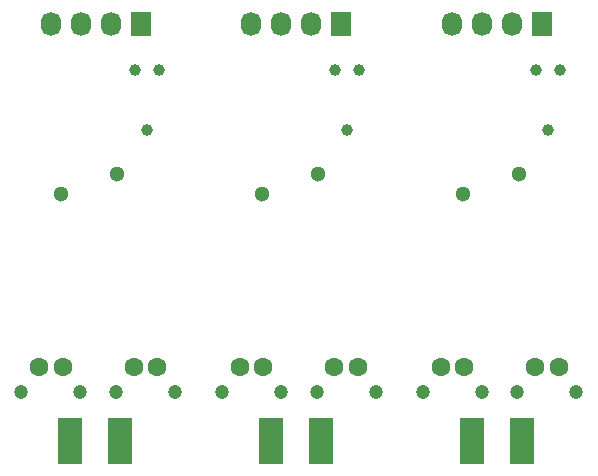
<source format=gbs>
G04 #@! TF.FileFunction,Soldermask,Bot*
%FSLAX46Y46*%
G04 Gerber Fmt 4.6, Leading zero omitted, Abs format (unit mm)*
G04 Created by KiCad (PCBNEW 4.0.2-4+6225~38~ubuntu15.10.1-stable) date Tue 29 Mar 2016 00:06:07 BST*
%MOMM*%
G01*
G04 APERTURE LIST*
%ADD10C,0.100000*%
%ADD11C,1.200000*%
%ADD12C,1.600000*%
%ADD13R,2.000000X4.000000*%
%ADD14C,1.000000*%
%ADD15R,1.727200X2.032000*%
%ADD16O,1.727200X2.032000*%
%ADD17C,1.300000*%
G04 APERTURE END LIST*
D10*
D11*
X117000000Y-108600000D03*
X122000000Y-108600000D03*
D12*
X118500000Y-106500000D03*
X120500000Y-106500000D03*
D13*
X121150000Y-112750000D03*
X125350000Y-112750000D03*
D11*
X125000000Y-108600000D03*
X130000000Y-108600000D03*
D12*
X126500000Y-106500000D03*
X128500000Y-106500000D03*
D14*
X127605000Y-86440000D03*
X128621000Y-81360000D03*
X126589000Y-81360000D03*
D15*
X127100000Y-77400000D03*
D16*
X124560000Y-77400000D03*
X122020000Y-77400000D03*
X119480000Y-77400000D03*
D17*
X120400768Y-91855050D03*
X125099232Y-90144950D03*
D11*
X117000000Y-108600000D03*
X122000000Y-108600000D03*
D12*
X118500000Y-106500000D03*
X120500000Y-106500000D03*
D13*
X121150000Y-112750000D03*
X125350000Y-112750000D03*
D11*
X125000000Y-108600000D03*
X130000000Y-108600000D03*
D12*
X126500000Y-106500000D03*
X128500000Y-106500000D03*
D14*
X127605000Y-86440000D03*
X128621000Y-81360000D03*
X126589000Y-81360000D03*
D15*
X127100000Y-77400000D03*
D16*
X124560000Y-77400000D03*
X122020000Y-77400000D03*
X119480000Y-77400000D03*
D17*
X120400768Y-91855050D03*
X125099232Y-90144950D03*
D11*
X134000000Y-108600000D03*
X139000000Y-108600000D03*
D12*
X135500000Y-106500000D03*
X137500000Y-106500000D03*
D13*
X138150000Y-112750000D03*
X142350000Y-112750000D03*
D11*
X142000000Y-108600000D03*
X147000000Y-108600000D03*
D12*
X143500000Y-106500000D03*
X145500000Y-106500000D03*
D14*
X144605000Y-86440000D03*
X145621000Y-81360000D03*
X143589000Y-81360000D03*
D15*
X144100000Y-77400000D03*
D16*
X141560000Y-77400000D03*
X139020000Y-77400000D03*
X136480000Y-77400000D03*
D17*
X137400768Y-91855050D03*
X142099232Y-90144950D03*
D11*
X151000000Y-108600000D03*
X156000000Y-108600000D03*
D12*
X152500000Y-106500000D03*
X154500000Y-106500000D03*
D13*
X155150000Y-112750000D03*
X159350000Y-112750000D03*
D11*
X159000000Y-108600000D03*
X164000000Y-108600000D03*
D12*
X160500000Y-106500000D03*
X162500000Y-106500000D03*
D14*
X161605000Y-86440000D03*
X162621000Y-81360000D03*
X160589000Y-81360000D03*
D15*
X161100000Y-77400000D03*
D16*
X158560000Y-77400000D03*
X156020000Y-77400000D03*
X153480000Y-77400000D03*
D17*
X154400768Y-91855050D03*
X159099232Y-90144950D03*
M02*

</source>
